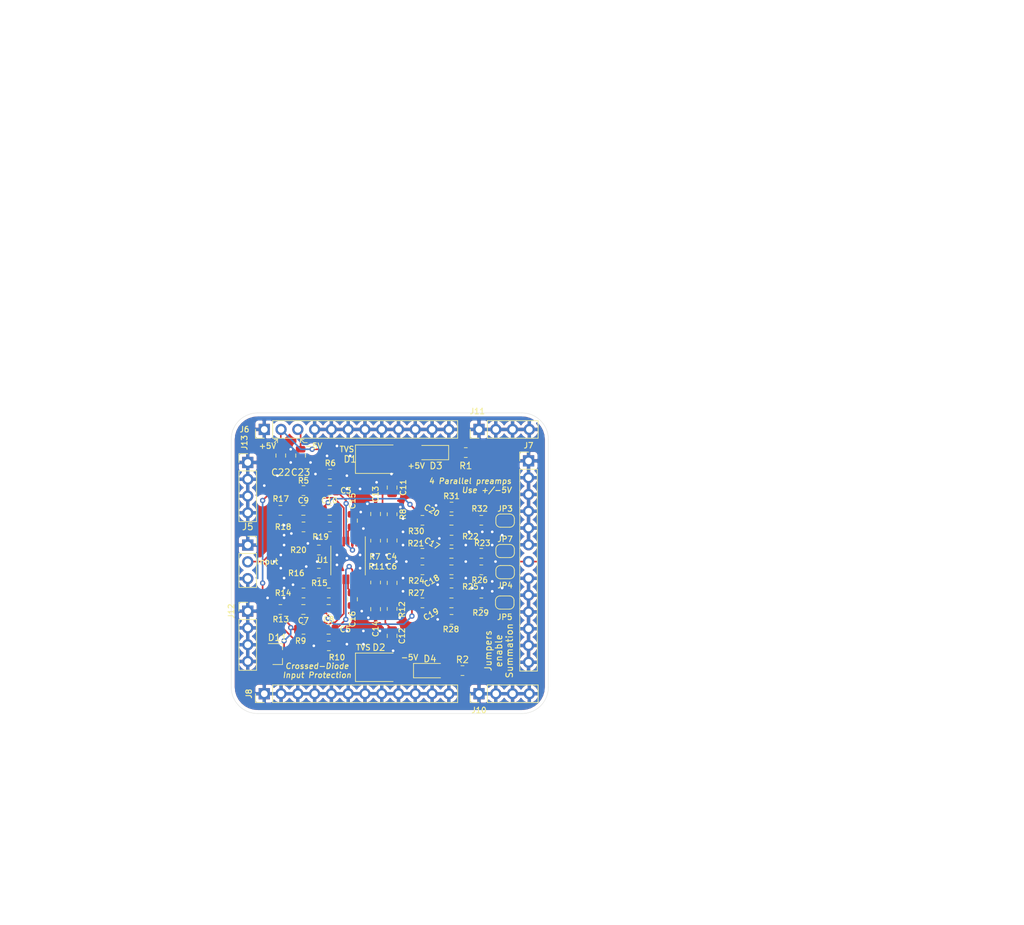
<source format=kicad_pcb>
(kicad_pcb (version 20171130) (host pcbnew "(5.1.9)-1")
  (layers (0 F.Cu signal) (31 B.Cu signal) (34 B.Paste user) (35 F.Paste user) (36 B.SilkS user) (37 F.SilkS user) (38 B.Mask user) (39 F.Mask user) (44 Edge.Cuts user))
  (net 0 "")
  (net 1 GND)
  (net 2 +5V)
  (net 3 -5V)
  (net 4 "Net-(C3-Pad2)")
  (net 5 "Net-(C3-Pad1)")
  (net 6 "Net-(C4-Pad2)")
  (net 7 "Net-(C4-Pad1)")
  (net 8 "Net-(C5-Pad2)")
  (net 9 "Net-(C5-Pad1)")
  (net 10 "Net-(C6-Pad2)")
  (net 11 "Net-(C6-Pad1)")
  (net 12 "Net-(C7-Pad2)")
  (net 13 "Net-(C7-Pad1)")
  (net 14 "Net-(C8-Pad2)")
  (net 15 "Net-(C8-Pad1)")
  (net 16 "Net-(C9-Pad2)")
  (net 17 "Net-(C9-Pad1)")
  (net 18 "Net-(C10-Pad2)")
  (net 19 "Net-(C10-Pad1)")
  (net 20 SigIn)
  (net 21 "Net-(C17-Pad2)")
  (net 22 "Net-(C17-Pad1)")
  (net 23 "Net-(C18-Pad2)")
  (net 24 "Net-(C18-Pad1)")
  (net 25 Sum)
  (net 26 "Net-(C19-Pad2)")
  (net 27 "Net-(C19-Pad1)")
  (net 28 "Net-(C20-Pad2)")
  (net 29 "Net-(C20-Pad1)")
  (net 30 "Net-(JP3-Pad1)")
  (net 31 "Net-(JP4-Pad1)")
  (net 32 "Net-(JP5-Pad1)")
  (net 33 "Net-(JP7-Pad1)")
  (net 34 "Net-(D3-Pad1)")
  (net 35 "Net-(D4-Pad2)")
  (module Resistor_SMD:R_0805_2012Metric (layer F.Cu) (at 135 111.5)
    (fp_text reference R2 (at 0 -1.65) (layer F.SilkS))
    (fp_text value 1k)
    (pad 2 smd roundrect (at 0.9125 0) (size 1.025 1.4) (layers F.Cu F.Paste F.Mask) (roundrect_rratio 0.2439014634146341) (net 1 GND))
    (pad 1 smd roundrect (at -0.9125 0) (size 1.025 1.4) (layers F.Cu F.Paste F.Mask) (roundrect_rratio 0.2439014634146341) (net 35 "Net-(D4-Pad2)"))
  )
  (module Resistor_SMD:R_0805_2012Metric (layer F.Cu) (at 135.5 78.5)
    (fp_text reference R1 (at 0 2) (layer F.SilkS))
    (fp_text value 1k)
    (pad 2 smd roundrect (at 0.9125 0) (size 1.025 1.4) (layers F.Cu F.Paste F.Mask) (roundrect_rratio 0.2439014634146341) (net 1 GND))
    (pad 1 smd roundrect (at -0.9125 0) (size 1.025 1.4) (layers F.Cu F.Paste F.Mask) (roundrect_rratio 0.2439014634146341) (net 34 "Net-(D3-Pad1)"))
  )
  (module Diode_SMD:D_1206_3216Metric_Castellated (layer F.Cu) (at 130.075 111.5)
    (fp_text reference D4 (at 0 -1.78) (layer F.SilkS))
    (fp_text value LED)
    (pad 2 smd roundrect (at 1.425 0) (size 1.6 1.65) (layers F.Cu F.Paste F.Mask) (roundrect_rratio 0.15625) (net 35 "Net-(D4-Pad2)"))
    (pad 1 smd roundrect (at -1.425 0) (size 1.6 1.65) (layers F.Cu F.Paste F.Mask) (roundrect_rratio 0.15625) (net 3 -5V))
  )
  (module Diode_SMD:D_1206_3216Metric_Castellated (layer F.Cu) (at 130.425 78.5 180)
    (fp_text reference D3 (at -0.575 -2) (layer F.SilkS))
    (fp_text value LED)
    (pad 2 smd roundrect (at 1.425 0 180) (size 1.6 1.65) (layers F.Cu F.Paste F.Mask) (roundrect_rratio 0.15625) (net 2 +5V))
    (pad 1 smd roundrect (at -1.425 0 180) (size 1.6 1.65) (layers F.Cu F.Paste F.Mask) (roundrect_rratio 0.15625) (net 34 "Net-(D3-Pad1)"))
  )
  (module Diode_SMD:D_SMB (layer F.Cu) (at 122.35 111)
    (fp_text reference D2 (at 0 -3) (layer F.SilkS))
    (fp_text value D_TVS)
    (pad 2 smd rect (at 2.15 0) (size 2.5 2.3) (layers F.Cu F.Paste F.Mask) (net 1 GND))
    (pad 1 smd rect (at -2.15 0) (size 2.5 2.3) (layers F.Cu F.Paste F.Mask) (net 3 -5V))
  )
  (module Diode_SMD:D_SMB (layer F.Cu) (at 122.35 79.5)
    (fp_text reference D1 (at -4.35 0) (layer F.SilkS))
    (fp_text value D_TVS)
    (pad 2 smd rect (at 2.15 0) (size 2.5 2.3) (layers F.Cu F.Paste F.Mask) (net 1 GND))
    (pad 1 smd rect (at -2.15 0) (size 2.5 2.3) (layers F.Cu F.Paste F.Mask) (net 2 +5V))
  )
  (module Capacitor_SMD:C_0805_2012Metric (layer F.Cu) (at 110.5 78.95 90)
    (fp_text reference C23 (at -2.55 0 180) (layer F.SilkS))
    (fp_text value 100n)
    (pad 2 smd roundrect (at 0.95 0 90) (size 1 1.45) (layers F.Cu F.Paste F.Mask) (net 3 -5V))
    (pad 1 smd roundrect (at -0.95 0 90) (size 1 1.45) (layers F.Cu F.Paste F.Mask) (net 1 GND))
  )
  (module Capacitor_SMD:C_0805_2012Metric (layer F.Cu) (at 107.5 78.95 90)
    (fp_text reference C22 (at -2.55 0 180) (layer F.SilkS))
    (fp_text value 100n)
    (pad 2 smd roundrect (at 0.95 0 90) (size 1 1.45) (layers F.Cu F.Paste F.Mask) (net 2 +5V))
    (pad 1 smd roundrect (at -0.95 0 90) (size 1 1.45) (layers F.Cu F.Paste F.Mask) (net 1 GND))
  )
  (module Connector_PinSocket_2.54mm:PinSocket_1x03_P2.54mm_Vertical (layer F.Cu) (at 102.5 92.5)
    (fp_text reference J5 (at 0 -2.77) (layer F.SilkS))
    (fp_text value Conn_01x03_Male)
    (pad 3 thru_hole oval (at 0 5.08) (size 1.7 1.7) (drill 1) (layers *.Cu *.Mask) (net 1 GND))
    (pad 2 thru_hole oval (at 0 2.54) (size 1.7 1.7) (drill 1) (layers *.Cu *.Mask) (net 20 SigIn))
    (pad 1 thru_hole rect (at 0 0) (size 1.7 1.7) (drill 1) (layers *.Cu *.Mask) (net 1 GND))
  )
  (module Package_TO_SOT_SMD:SOT-23 (layer F.Cu) (at 107 109)
    (fp_text reference D11 (at 0 -2.5) (layer F.SilkS))
    (fp_text value BAV99)
    (pad 3 smd rect (at 1 0) (size 0.9 0.8) (layers F.Cu F.Paste F.Mask) (net 20 SigIn))
    (pad 2 smd rect (at -1 0.95) (size 0.9 0.8) (layers F.Cu F.Paste F.Mask) (net 1 GND))
    (pad 1 smd rect (at -1 -0.95) (size 0.9 0.8) (layers F.Cu F.Paste F.Mask) (net 1 GND))
  )
  (module Jumper:SolderJumper-2_P1.3mm_Open_RoundedPad1.0x1.5mm (layer F.Cu) (at 141.45 93.4)
    (fp_text reference JP7 (at 0 -1.8) (layer F.SilkS) (effects (font (size 0.85 0.85))))
    (fp_text value SolderJumper_2_Open)
    (pad 2 smd custom (at 0.65 0) (size 1 0.5) (layers F.Cu F.Mask) (net 25 Sum) (options (clearance outline) (anchor rect)) (primitives (gr_circle (center 0 0.25) (end 0.5 0.25) (width 0)) (gr_circle (center 0 -0.25) (end 0.5 -0.25) (width 0)) (gr_poly (pts (xy 0 -0.75) (xy -0.5 -0.75) (xy -0.5 0.75) (xy 0 0.75)) (width 0))))
    (pad 1 smd custom (at -0.65 0) (size 1 0.5) (layers F.Cu F.Mask) (net 33 "Net-(JP7-Pad1)") (options (clearance outline) (anchor rect)) (primitives (gr_circle (center 0 0.25) (end 0.5 0.25) (width 0)) (gr_circle (center 0 -0.25) (end 0.5 -0.25) (width 0)) (gr_poly (pts (xy 0 -0.75) (xy 0.5 -0.75) (xy 0.5 0.75) (xy 0 0.75)) (width 0))))
  )
  (module Jumper:SolderJumper-2_P1.3mm_Open_RoundedPad1.0x1.5mm (layer F.Cu) (at 141.4 101.2)
    (fp_text reference JP5 (at 0 2.2) (layer F.SilkS) (effects (font (size 0.85 0.85))))
    (fp_text value SolderJumper_2_Open)
    (pad 2 smd custom (at 0.65 0) (size 1 0.5) (layers F.Cu F.Mask) (net 25 Sum) (options (clearance outline) (anchor rect)) (primitives (gr_circle (center 0 0.25) (end 0.5 0.25) (width 0)) (gr_circle (center 0 -0.25) (end 0.5 -0.25) (width 0)) (gr_poly (pts (xy 0 -0.75) (xy -0.5 -0.75) (xy -0.5 0.75) (xy 0 0.75)) (width 0))))
    (pad 1 smd custom (at -0.65 0) (size 1 0.5) (layers F.Cu F.Mask) (net 32 "Net-(JP5-Pad1)") (options (clearance outline) (anchor rect)) (primitives (gr_circle (center 0 0.25) (end 0.5 0.25) (width 0)) (gr_circle (center 0 -0.25) (end 0.5 -0.25) (width 0)) (gr_poly (pts (xy 0 -0.75) (xy 0.5 -0.75) (xy 0.5 0.75) (xy 0 0.75)) (width 0))))
  )
  (module Jumper:SolderJumper-2_P1.3mm_Open_RoundedPad1.0x1.5mm (layer F.Cu) (at 141.45 96.6)
    (fp_text reference JP4 (at 0 2) (layer F.SilkS) (effects (font (size 0.85 0.85))))
    (fp_text value SolderJumper_2_Open)
    (pad 2 smd custom (at 0.65 0) (size 1 0.5) (layers F.Cu F.Mask) (net 25 Sum) (options (clearance outline) (anchor rect)) (primitives (gr_circle (center 0 0.25) (end 0.5 0.25) (width 0)) (gr_circle (center 0 -0.25) (end 0.5 -0.25) (width 0)) (gr_poly (pts (xy 0 -0.75) (xy -0.5 -0.75) (xy -0.5 0.75) (xy 0 0.75)) (width 0))))
    (pad 1 smd custom (at -0.65 0) (size 1 0.5) (layers F.Cu F.Mask) (net 31 "Net-(JP4-Pad1)") (options (clearance outline) (anchor rect)) (primitives (gr_circle (center 0 0.25) (end 0.5 0.25) (width 0)) (gr_circle (center 0 -0.25) (end 0.5 -0.25) (width 0)) (gr_poly (pts (xy 0 -0.75) (xy 0.5 -0.75) (xy 0.5 0.75) (xy 0 0.75)) (width 0))))
  )
  (module Jumper:SolderJumper-2_P1.3mm_Open_RoundedPad1.0x1.5mm (layer F.Cu) (at 141.45 88.8)
    (fp_text reference JP3 (at 0 -1.8) (layer F.SilkS) (effects (font (size 0.85 0.85))))
    (fp_text value SolderJumper_2_Open)
    (pad 2 smd custom (at 0.65 0) (size 1 0.5) (layers F.Cu F.Mask) (net 25 Sum) (options (clearance outline) (anchor rect)) (primitives (gr_circle (center 0 0.25) (end 0.5 0.25) (width 0)) (gr_circle (center 0 -0.25) (end 0.5 -0.25) (width 0)) (gr_poly (pts (xy 0 -0.75) (xy -0.5 -0.75) (xy -0.5 0.75) (xy 0 0.75)) (width 0))))
    (pad 1 smd custom (at -0.65 0) (size 1 0.5) (layers F.Cu F.Mask) (net 30 "Net-(JP3-Pad1)") (options (clearance outline) (anchor rect)) (primitives (gr_circle (center 0 0.25) (end 0.5 0.25) (width 0)) (gr_circle (center 0 -0.25) (end 0.5 -0.25) (width 0)) (gr_poly (pts (xy 0 -0.75) (xy 0.5 -0.75) (xy 0.5 0.75) (xy 0 0.75)) (width 0))))
  )
  (module Connector_PinHeader_2.54mm:PinHeader_1x04_P2.54mm_Vertical (layer F.Cu) (at 102.5 80)
    (fp_text reference J13 (at -0.5 -3 90) (layer F.SilkS) (effects (font (size 0.85 0.85))))
    (fp_text value Conn_01x04_Male)
    (pad 4 thru_hole oval (at 0 7.62) (size 1.7 1.7) (drill 1) (layers *.Cu *.Mask) (net 1 GND))
    (pad 3 thru_hole oval (at 0 5.08) (size 1.7 1.7) (drill 1) (layers *.Cu *.Mask) (net 1 GND))
    (pad 2 thru_hole oval (at 0 2.54) (size 1.7 1.7) (drill 1) (layers *.Cu *.Mask) (net 1 GND))
    (pad 1 thru_hole rect (at 0 0) (size 1.7 1.7) (drill 1) (layers *.Cu *.Mask) (net 1 GND))
  )
  (module Connector_PinHeader_2.54mm:PinHeader_1x04_P2.54mm_Vertical (layer F.Cu) (at 102.5 102.5)
    (fp_text reference J12 (at -2.5 0 90) (layer F.SilkS) (effects (font (size 0.85 0.85))))
    (fp_text value Conn_01x04_Male)
    (pad 4 thru_hole oval (at 0 7.62) (size 1.7 1.7) (drill 1) (layers *.Cu *.Mask) (net 1 GND))
    (pad 3 thru_hole oval (at 0 5.08) (size 1.7 1.7) (drill 1) (layers *.Cu *.Mask) (net 1 GND))
    (pad 2 thru_hole oval (at 0 2.54) (size 1.7 1.7) (drill 1) (layers *.Cu *.Mask) (net 1 GND))
    (pad 1 thru_hole rect (at 0 0) (size 1.7 1.7) (drill 1) (layers *.Cu *.Mask) (net 1 GND))
  )
  (module Connector_PinHeader_2.54mm:PinHeader_1x13_P2.54mm_Vertical (layer F.Cu) (at 145 79.76)
    (fp_text reference J7 (at 0 -2.33) (layer F.SilkS) (effects (font (size 0.85 0.85))))
    (fp_text value Conn_01x13_Male)
    (pad 13 thru_hole oval (at 0 30.48) (size 1.7 1.7) (drill 1) (layers *.Cu *.Mask) (net 1 GND))
    (pad 12 thru_hole oval (at 0 27.94) (size 1.7 1.7) (drill 1) (layers *.Cu *.Mask) (net 1 GND))
    (pad 11 thru_hole oval (at 0 25.4) (size 1.7 1.7) (drill 1) (layers *.Cu *.Mask) (net 1 GND))
    (pad 10 thru_hole oval (at 0 22.86) (size 1.7 1.7) (drill 1) (layers *.Cu *.Mask) (net 1 GND))
    (pad 9 thru_hole oval (at 0 20.32) (size 1.7 1.7) (drill 1) (layers *.Cu *.Mask) (net 1 GND))
    (pad 8 thru_hole oval (at 0 17.78) (size 1.7 1.7) (drill 1) (layers *.Cu *.Mask) (net 1 GND))
    (pad 7 thru_hole oval (at 0 15.24) (size 1.7 1.7) (drill 1) (layers *.Cu *.Mask) (net 25 Sum))
    (pad 6 thru_hole oval (at 0 12.7) (size 1.7 1.7) (drill 1) (layers *.Cu *.Mask) (net 1 GND))
    (pad 5 thru_hole oval (at 0 10.16) (size 1.7 1.7) (drill 1) (layers *.Cu *.Mask) (net 1 GND))
    (pad 4 thru_hole oval (at 0 7.62) (size 1.7 1.7) (drill 1) (layers *.Cu *.Mask) (net 1 GND))
    (pad 3 thru_hole oval (at 0 5.08) (size 1.7 1.7) (drill 1) (layers *.Cu *.Mask) (net 1 GND))
    (pad 2 thru_hole oval (at 0 2.54) (size 1.7 1.7) (drill 1) (layers *.Cu *.Mask) (net 1 GND))
    (pad 1 thru_hole rect (at 0 0) (size 1.7 1.7) (drill 1) (layers *.Cu *.Mask) (net 1 GND))
  )
  (module Connector_PinHeader_2.54mm:PinHeader_1x04_P2.54mm_Vertical (layer F.Cu) (at 137.5 75 90)
    (fp_text reference J11 (at 2.75 -0.25 180) (layer F.SilkS) (effects (font (size 0.85 0.85))))
    (fp_text value Conn_01x04_Male)
    (pad 4 thru_hole oval (at 0 7.62 90) (size 1.7 1.7) (drill 1) (layers *.Cu *.Mask) (net 1 GND))
    (pad 3 thru_hole oval (at 0 5.08 90) (size 1.7 1.7) (drill 1) (layers *.Cu *.Mask) (net 1 GND))
    (pad 2 thru_hole oval (at 0 2.54 90) (size 1.7 1.7) (drill 1) (layers *.Cu *.Mask) (net 1 GND))
    (pad 1 thru_hole rect (at 0 0 90) (size 1.7 1.7) (drill 1) (layers *.Cu *.Mask) (net 1 GND))
  )
  (module Connector_PinHeader_2.54mm:PinHeader_1x04_P2.54mm_Vertical (layer F.Cu) (at 137.5 115 90)
    (fp_text reference J10 (at -2.5 0 180) (layer F.SilkS) (effects (font (size 0.85 0.85))))
    (fp_text value Conn_01x04_Male)
    (pad 4 thru_hole oval (at 0 7.62 90) (size 1.7 1.7) (drill 1) (layers *.Cu *.Mask) (net 1 GND))
    (pad 3 thru_hole oval (at 0 5.08 90) (size 1.7 1.7) (drill 1) (layers *.Cu *.Mask) (net 1 GND))
    (pad 2 thru_hole oval (at 0 2.54 90) (size 1.7 1.7) (drill 1) (layers *.Cu *.Mask) (net 1 GND))
    (pad 1 thru_hole rect (at 0 0 90) (size 1.7 1.7) (drill 1) (layers *.Cu *.Mask) (net 1 GND))
  )
  (module Connector_PinHeader_2.54mm:PinHeader_1x12_P2.54mm_Vertical (layer F.Cu) (at 105 115 90)
    (fp_text reference J8 (at 0 -2.33 90) (layer F.SilkS) (effects (font (size 0.85 0.85))))
    (fp_text value Conn_01x12_Male)
    (pad 12 thru_hole oval (at 0 27.94 90) (size 1.7 1.7) (drill 1) (layers *.Cu *.Mask) (net 1 GND))
    (pad 11 thru_hole oval (at 0 25.4 90) (size 1.7 1.7) (drill 1) (layers *.Cu *.Mask) (net 1 GND))
    (pad 10 thru_hole oval (at 0 22.86 90) (size 1.7 1.7) (drill 1) (layers *.Cu *.Mask) (net 1 GND))
    (pad 9 thru_hole oval (at 0 20.32 90) (size 1.7 1.7) (drill 1) (layers *.Cu *.Mask) (net 1 GND))
    (pad 8 thru_hole oval (at 0 17.78 90) (size 1.7 1.7) (drill 1) (layers *.Cu *.Mask) (net 1 GND))
    (pad 7 thru_hole oval (at 0 15.24 90) (size 1.7 1.7) (drill 1) (layers *.Cu *.Mask) (net 1 GND))
    (pad 6 thru_hole oval (at 0 12.7 90) (size 1.7 1.7) (drill 1) (layers *.Cu *.Mask) (net 1 GND))
    (pad 5 thru_hole oval (at 0 10.16 90) (size 1.7 1.7) (drill 1) (layers *.Cu *.Mask) (net 1 GND))
    (pad 4 thru_hole oval (at 0 7.62 90) (size 1.7 1.7) (drill 1) (layers *.Cu *.Mask) (net 1 GND))
    (pad 3 thru_hole oval (at 0 5.08 90) (size 1.7 1.7) (drill 1) (layers *.Cu *.Mask) (net 1 GND))
    (pad 2 thru_hole oval (at 0 2.54 90) (size 1.7 1.7) (drill 1) (layers *.Cu *.Mask) (net 1 GND))
    (pad 1 thru_hole rect (at 0 0 90) (size 1.7 1.7) (drill 1) (layers *.Cu *.Mask) (net 1 GND))
  )
  (module Connector_PinHeader_2.54mm:PinHeader_1x12_P2.54mm_Vertical (layer F.Cu) (at 105 75 90)
    (fp_text reference J6 (at 0 -3 180) (layer F.SilkS) (effects (font (size 0.85 0.85))))
    (fp_text value Conn_01x12_Male)
    (pad 12 thru_hole oval (at 0 27.94 90) (size 1.7 1.7) (drill 1) (layers *.Cu *.Mask) (net 1 GND))
    (pad 11 thru_hole oval (at 0 25.4 90) (size 1.7 1.7) (drill 1) (layers *.Cu *.Mask) (net 1 GND))
    (pad 10 thru_hole oval (at 0 22.86 90) (size 1.7 1.7) (drill 1) (layers *.Cu *.Mask) (net 1 GND))
    (pad 9 thru_hole oval (at 0 20.32 90) (size 1.7 1.7) (drill 1) (layers *.Cu *.Mask) (net 1 GND))
    (pad 8 thru_hole oval (at 0 17.78 90) (size 1.7 1.7) (drill 1) (layers *.Cu *.Mask) (net 1 GND))
    (pad 7 thru_hole oval (at 0 15.24 90) (size 1.7 1.7) (drill 1) (layers *.Cu *.Mask) (net 1 GND))
    (pad 6 thru_hole oval (at 0 12.7 90) (size 1.7 1.7) (drill 1) (layers *.Cu *.Mask) (net 1 GND))
    (pad 5 thru_hole oval (at 0 10.16 90) (size 1.7 1.7) (drill 1) (layers *.Cu *.Mask) (net 1 GND))
    (pad 4 thru_hole oval (at 0 7.62 90) (size 1.7 1.7) (drill 1) (layers *.Cu *.Mask) (net 1 GND))
    (pad 3 thru_hole oval (at 0 5.08 90) (size 1.7 1.7) (drill 1) (layers *.Cu *.Mask) (net 3 -5V))
    (pad 2 thru_hole oval (at 0 2.54 90) (size 1.7 1.7) (drill 1) (layers *.Cu *.Mask) (net 2 +5V))
    (pad 1 thru_hole rect (at 0 0 90) (size 1.7 1.7) (drill 1) (layers *.Cu *.Mask) (net 1 GND))
  )
  (module Capacitor_SMD:C_0805_2012Metric (layer F.Cu) (at 114.7425 102.25 180)
    (fp_text reference C8 (at 0 -1.5) (layer F.SilkS) (effects (font (size 0.85 0.85))))
    (fp_text value 220p)
    (pad 2 smd roundrect (at 0.95 0 180) (size 1 1.45) (layers F.Cu F.Paste F.Mask) (net 14 "Net-(C8-Pad2)"))
    (pad 1 smd roundrect (at -0.95 0 180) (size 1 1.45) (layers F.Cu F.Paste F.Mask) (net 15 "Net-(C8-Pad1)"))
  )
  (module Capacitor_SMD:C_0805_2012Metric (layer F.Cu) (at 124.35 91.8 270)
    (fp_text reference C4 (at 2.45 0.1 180) (layer F.SilkS) (effects (font (size 0.85 0.85))))
    (fp_text value 220p)
    (pad 2 smd roundrect (at 0.95 0 270) (size 1 1.45) (layers F.Cu F.Paste F.Mask) (net 6 "Net-(C4-Pad2)"))
    (pad 1 smd roundrect (at -0.95 0 270) (size 1 1.45) (layers F.Cu F.Paste F.Mask) (net 7 "Net-(C4-Pad1)"))
  )
  (module Capacitor_SMD:C_0805_2012Metric (layer F.Cu) (at 133.325 88.75 180)
    (fp_text reference C20 (at 2.975 1.5 330) (layer F.SilkS) (effects (font (size 0.85 0.85))))
    (fp_text value 1n)
    (pad 2 smd roundrect (at 0.95 0 180) (size 1 1.45) (layers F.Cu F.Paste F.Mask) (net 28 "Net-(C20-Pad2)"))
    (pad 1 smd roundrect (at -0.95 0 180) (size 1 1.45) (layers F.Cu F.Paste F.Mask) (net 29 "Net-(C20-Pad1)"))
  )
  (module Capacitor_SMD:C_0805_2012Metric (layer F.Cu) (at 133.325 101.25 180)
    (fp_text reference C19 (at 3.075 -1.75 210) (layer F.SilkS) (effects (font (size 0.85 0.85))))
    (fp_text value 1n)
    (pad 2 smd roundrect (at 0.95 0 180) (size 1 1.45) (layers F.Cu F.Paste F.Mask) (net 26 "Net-(C19-Pad2)"))
    (pad 1 smd roundrect (at -0.95 0 180) (size 1 1.45) (layers F.Cu F.Paste F.Mask) (net 27 "Net-(C19-Pad1)"))
  )
  (module Capacitor_SMD:C_0805_2012Metric (layer F.Cu) (at 133.325 96.25 180)
    (fp_text reference C18 (at 2.975 -1.68 210) (layer F.SilkS) (effects (font (size 0.85 0.85))))
    (fp_text value 1n)
    (pad 2 smd roundrect (at 0.95 0 180) (size 1 1.45) (layers F.Cu F.Paste F.Mask) (net 23 "Net-(C18-Pad2)"))
    (pad 1 smd roundrect (at -0.95 0 180) (size 1 1.45) (layers F.Cu F.Paste F.Mask) (net 24 "Net-(C18-Pad1)"))
  )
  (module Capacitor_SMD:C_0805_2012Metric (layer F.Cu) (at 133.325 93.75 180)
    (fp_text reference C17 (at 2.95 1.5 330) (layer F.SilkS) (effects (font (size 0.85 0.85))))
    (fp_text value 1n)
    (pad 2 smd roundrect (at 0.95 0 180) (size 1 1.45) (layers F.Cu F.Paste F.Mask) (net 21 "Net-(C17-Pad2)"))
    (pad 1 smd roundrect (at -0.95 0 180) (size 1 1.45) (layers F.Cu F.Paste F.Mask) (net 22 "Net-(C17-Pad1)"))
  )
  (module Capacitor_SMD:C_0805_2012Metric (layer F.Cu) (at 118.35 100.7 90)
    (fp_text reference C16 (at -3 0 90) (layer F.SilkS) (effects (font (size 0.85 0.85))))
    (fp_text value 1n)
    (pad 2 smd roundrect (at 0.95 0 90) (size 1 1.45) (layers F.Cu F.Paste F.Mask) (net 3 -5V))
    (pad 1 smd roundrect (at -0.95 0 90) (size 1 1.45) (layers F.Cu F.Paste F.Mask) (net 1 GND))
  )
  (module Capacitor_SMD:C_0805_2012Metric (layer F.Cu) (at 118.35 88.8 270)
    (fp_text reference C15 (at -2.975 0 90) (layer F.SilkS) (effects (font (size 0.85 0.85))))
    (fp_text value 1n)
    (pad 2 smd roundrect (at 0.95 0 270) (size 1 1.45) (layers F.Cu F.Paste F.Mask) (net 2 +5V))
    (pad 1 smd roundrect (at -0.95 0 270) (size 1 1.45) (layers F.Cu F.Paste F.Mask) (net 1 GND))
  )
  (module Capacitor_SMD:C_0805_2012Metric (layer F.Cu) (at 121.85 102.2 90)
    (fp_text reference C14 (at -2.975 0 90) (layer F.SilkS) (effects (font (size 0.85 0.85))))
    (fp_text value 100n)
    (pad 2 smd roundrect (at 0.95 0 90) (size 1 1.45) (layers F.Cu F.Paste F.Mask) (net 3 -5V))
    (pad 1 smd roundrect (at -0.95 0 90) (size 1 1.45) (layers F.Cu F.Paste F.Mask) (net 1 GND))
  )
  (module Capacitor_SMD:C_0805_2012Metric (layer F.Cu) (at 121.85 87.8 270)
    (fp_text reference C13 (at -3 0 90) (layer F.SilkS) (effects (font (size 0.85 0.85))))
    (fp_text value 100n)
    (pad 2 smd roundrect (at 0.95 0 270) (size 1 1.45) (layers F.Cu F.Paste F.Mask) (net 2 +5V))
    (pad 1 smd roundrect (at -0.95 0 270) (size 1 1.45) (layers F.Cu F.Paste F.Mask) (net 1 GND))
  )
  (module Capacitor_SMD:C_0805_2012Metric (layer F.Cu) (at 124.35 106.25 90)
    (fp_text reference C12 (at 0 1.5 90) (layer F.SilkS) (effects (font (size 0.85 0.85))))
    (fp_text value 1u)
    (pad 2 smd roundrect (at 0.95 0 90) (size 1 1.45) (layers F.Cu F.Paste F.Mask) (net 3 -5V))
    (pad 1 smd roundrect (at -0.95 0 90) (size 1 1.45) (layers F.Cu F.Paste F.Mask) (net 1 GND))
  )
  (module Capacitor_SMD:C_0805_2012Metric (layer F.Cu) (at 124.35 83.8 270)
    (fp_text reference C11 (at 0 -1.68 90) (layer F.SilkS) (effects (font (size 0.85 0.85))))
    (fp_text value 1u)
    (pad 2 smd roundrect (at 0.95 0 270) (size 1 1.45) (layers F.Cu F.Paste F.Mask) (net 2 +5V))
    (pad 1 smd roundrect (at -0.95 0 270) (size 1 1.45) (layers F.Cu F.Paste F.Mask) (net 1 GND))
  )
  (module Capacitor_SMD:C_0805_2012Metric (layer F.Cu) (at 114.9175 87.25 180)
    (fp_text reference C10 (at 0.0675 1.5) (layer F.SilkS) (effects (font (size 0.85 0.85))))
    (fp_text value 220p)
    (pad 2 smd roundrect (at 0.95 0 180) (size 1 1.45) (layers F.Cu F.Paste F.Mask) (net 18 "Net-(C10-Pad2)"))
    (pad 1 smd roundrect (at -0.95 0 180) (size 1 1.45) (layers F.Cu F.Paste F.Mask) (net 19 "Net-(C10-Pad1)"))
  )
  (module Capacitor_SMD:C_0805_2012Metric (layer F.Cu) (at 110.9175 87.25 180)
    (fp_text reference C9 (at 0 1.5) (layer F.SilkS) (effects (font (size 0.85 0.85))))
    (fp_text value 1n)
    (pad 2 smd roundrect (at 0.95 0 180) (size 1 1.45) (layers F.Cu F.Paste F.Mask) (net 16 "Net-(C9-Pad2)"))
    (pad 1 smd roundrect (at -0.95 0 180) (size 1 1.45) (layers F.Cu F.Paste F.Mask) (net 17 "Net-(C9-Pad1)"))
  )
  (module Capacitor_SMD:C_0805_2012Metric (layer F.Cu) (at 110.9175 102.25 180)
    (fp_text reference C7 (at 0 -1.68) (layer F.SilkS) (effects (font (size 0.85 0.85))))
    (fp_text value 1n)
    (pad 2 smd roundrect (at 0.95 0 180) (size 1 1.45) (layers F.Cu F.Paste F.Mask) (net 12 "Net-(C7-Pad2)"))
    (pad 1 smd roundrect (at -0.95 0 180) (size 1 1.45) (layers F.Cu F.Paste F.Mask) (net 13 "Net-(C7-Pad1)"))
  )
  (module Capacitor_SMD:C_0805_2012Metric (layer F.Cu) (at 124.35 98.225 90)
    (fp_text reference C6 (at 2.475 -0.1 180) (layer F.SilkS) (effects (font (size 0.85 0.85))))
    (fp_text value 220p)
    (pad 2 smd roundrect (at 0.95 0 90) (size 1 1.45) (layers F.Cu F.Paste F.Mask) (net 10 "Net-(C6-Pad2)"))
    (pad 1 smd roundrect (at -0.95 0 90) (size 1 1.45) (layers F.Cu F.Paste F.Mask) (net 11 "Net-(C6-Pad1)"))
  )
  (module Capacitor_SMD:C_0805_2012Metric (layer F.Cu) (at 114.7425 105.25 180)
    (fp_text reference C5 (at -2.525 0) (layer F.SilkS) (effects (font (size 0.85 0.85))))
    (fp_text value 1n)
    (pad 2 smd roundrect (at 0.95 0 180) (size 1 1.45) (layers F.Cu F.Paste F.Mask) (net 8 "Net-(C5-Pad2)"))
    (pad 1 smd roundrect (at -0.95 0 180) (size 1 1.45) (layers F.Cu F.Paste F.Mask) (net 9 "Net-(C5-Pad1)"))
  )
  (module Capacitor_SMD:C_0805_2012Metric (layer F.Cu) (at 114.9175 84.25 180)
    (fp_text reference C3 (at -2.4325 0) (layer F.SilkS) (effects (font (size 0.85 0.85))))
    (fp_text value 1n)
    (pad 2 smd roundrect (at 0.95 0 180) (size 1 1.45) (layers F.Cu F.Paste F.Mask) (net 4 "Net-(C3-Pad2)"))
    (pad 1 smd roundrect (at -0.95 0 180) (size 1 1.45) (layers F.Cu F.Paste F.Mask) (net 5 "Net-(C3-Pad1)"))
  )
  (module Resistor_SMD:R_0805_2012Metric (layer F.Cu) (at 137.85 88.75 180)
    (fp_text reference R32 (at 0.25 1.75) (layer F.SilkS) (effects (font (size 0.85 0.85))))
    (fp_text value 47)
    (pad 2 smd roundrect (at 0.9125 0 180) (size 1.025 1.4) (layers F.Cu F.Paste F.Mask) (roundrect_rratio 0.2439004878048781) (net 29 "Net-(C20-Pad1)"))
    (pad 1 smd roundrect (at -0.9125 0 180) (size 1.025 1.4) (layers F.Cu F.Paste F.Mask) (roundrect_rratio 0.2439004878048781) (net 30 "Net-(JP3-Pad1)"))
  )
  (module Resistor_SMD:R_0805_2012Metric (layer F.Cu) (at 133.345 86.75)
    (fp_text reference R31 (at 0 -1.65) (layer F.SilkS) (effects (font (size 0.85 0.85))))
    (fp_text value 10k)
    (pad 2 smd roundrect (at 0.9125 0) (size 1.025 1.4) (layers F.Cu F.Paste F.Mask) (roundrect_rratio 0.2439004878048781) (net 29 "Net-(C20-Pad1)"))
    (pad 1 smd roundrect (at -0.9125 0) (size 1.025 1.4) (layers F.Cu F.Paste F.Mask) (roundrect_rratio 0.2439004878048781) (net 1 GND))
  )
  (module Resistor_SMD:R_0805_2012Metric (layer F.Cu) (at 128.9375 88.75 180)
    (fp_text reference R30 (at 0.9375 -1.65) (layer F.SilkS) (effects (font (size 0.85 0.85))))
    (fp_text value 0)
    (pad 2 smd roundrect (at 0.9125 0 180) (size 1.025 1.4) (layers F.Cu F.Paste F.Mask) (roundrect_rratio 0.2439004878048781) (net 18 "Net-(C10-Pad2)"))
    (pad 1 smd roundrect (at -0.9125 0 180) (size 1.025 1.4) (layers F.Cu F.Paste F.Mask) (roundrect_rratio 0.2439004878048781) (net 28 "Net-(C20-Pad2)"))
  )
  (module Resistor_SMD:R_0805_2012Metric (layer F.Cu) (at 137.85 101.25 180)
    (fp_text reference R29 (at 0.1 -1.5) (layer F.SilkS) (effects (font (size 0.85 0.85))))
    (fp_text value 47)
    (pad 2 smd roundrect (at 0.9125 0 180) (size 1.025 1.4) (layers F.Cu F.Paste F.Mask) (roundrect_rratio 0.2439004878048781) (net 27 "Net-(C19-Pad1)"))
    (pad 1 smd roundrect (at -0.9125 0 180) (size 1.025 1.4) (layers F.Cu F.Paste F.Mask) (roundrect_rratio 0.2439004878048781) (net 32 "Net-(JP5-Pad1)"))
  )
  (module Resistor_SMD:R_0805_2012Metric (layer F.Cu) (at 133.345 103.75)
    (fp_text reference R28 (at -0.0875 1.5) (layer F.SilkS) (effects (font (size 0.85 0.85))))
    (fp_text value 10k)
    (pad 2 smd roundrect (at 0.9125 0) (size 1.025 1.4) (layers F.Cu F.Paste F.Mask) (roundrect_rratio 0.2439004878048781) (net 27 "Net-(C19-Pad1)"))
    (pad 1 smd roundrect (at -0.9125 0) (size 1.025 1.4) (layers F.Cu F.Paste F.Mask) (roundrect_rratio 0.2439004878048781) (net 1 GND))
  )
  (module Resistor_SMD:R_0805_2012Metric (layer F.Cu) (at 128.9375 101.25 180)
    (fp_text reference R27 (at 0.9375 1.5) (layer F.SilkS) (effects (font (size 0.85 0.85))))
    (fp_text value 0)
    (pad 2 smd roundrect (at 0.9125 0 180) (size 1.025 1.4) (layers F.Cu F.Paste F.Mask) (roundrect_rratio 0.2439004878048781) (net 14 "Net-(C8-Pad2)"))
    (pad 1 smd roundrect (at -0.9125 0 180) (size 1.025 1.4) (layers F.Cu F.Paste F.Mask) (roundrect_rratio 0.2439004878048781) (net 26 "Net-(C19-Pad2)"))
  )
  (module Resistor_SMD:R_0805_2012Metric (layer F.Cu) (at 137.85 96.25 180)
    (fp_text reference R26 (at 0.25 -1.55) (layer F.SilkS) (effects (font (size 0.85 0.85))))
    (fp_text value 47)
    (pad 2 smd roundrect (at 0.9125 0 180) (size 1.025 1.4) (layers F.Cu F.Paste F.Mask) (roundrect_rratio 0.2439004878048781) (net 24 "Net-(C18-Pad1)"))
    (pad 1 smd roundrect (at -0.9125 0 180) (size 1.025 1.4) (layers F.Cu F.Paste F.Mask) (roundrect_rratio 0.2439004878048781) (net 31 "Net-(JP4-Pad1)"))
  )
  (module Resistor_SMD:R_0805_2012Metric (layer F.Cu) (at 133.345 98.25)
    (fp_text reference R25 (at 2.855 0.55) (layer F.SilkS) (effects (font (size 0.85 0.85))))
    (fp_text value 10k)
    (pad 2 smd roundrect (at 0.9125 0) (size 1.025 1.4) (layers F.Cu F.Paste F.Mask) (roundrect_rratio 0.2439004878048781) (net 24 "Net-(C18-Pad1)"))
    (pad 1 smd roundrect (at -0.9125 0) (size 1.025 1.4) (layers F.Cu F.Paste F.Mask) (roundrect_rratio 0.2439004878048781) (net 1 GND))
  )
  (module Resistor_SMD:R_0805_2012Metric (layer F.Cu) (at 128.9375 96.25 180)
    (fp_text reference R24 (at 0.9125 -1.65) (layer F.SilkS) (effects (font (size 0.85 0.85))))
    (fp_text value 0)
    (pad 2 smd roundrect (at 0.9125 0 180) (size 1.025 1.4) (layers F.Cu F.Paste F.Mask) (roundrect_rratio 0.2439004878048781) (net 10 "Net-(C6-Pad2)"))
    (pad 1 smd roundrect (at -0.9125 0 180) (size 1.025 1.4) (layers F.Cu F.Paste F.Mask) (roundrect_rratio 0.2439004878048781) (net 23 "Net-(C18-Pad2)"))
  )
  (module Resistor_SMD:R_0805_2012Metric (layer F.Cu) (at 137.85 93.75 180)
    (fp_text reference R23 (at -0.15 1.55) (layer F.SilkS) (effects (font (size 0.85 0.85))))
    (fp_text value 47)
    (pad 2 smd roundrect (at 0.9125 0 180) (size 1.025 1.4) (layers F.Cu F.Paste F.Mask) (roundrect_rratio 0.2439004878048781) (net 22 "Net-(C17-Pad1)"))
    (pad 1 smd roundrect (at -0.9125 0 180) (size 1.025 1.4) (layers F.Cu F.Paste F.Mask) (roundrect_rratio 0.2439004878048781) (net 33 "Net-(JP7-Pad1)"))
  )
  (module Resistor_SMD:R_0805_2012Metric (layer F.Cu) (at 133.345 91.75)
    (fp_text reference R22 (at 2.855 -0.55) (layer F.SilkS) (effects (font (size 0.85 0.85))))
    (fp_text value 10k)
    (pad 2 smd roundrect (at 0.9125 0) (size 1.025 1.4) (layers F.Cu F.Paste F.Mask) (roundrect_rratio 0.2439004878048781) (net 22 "Net-(C17-Pad1)"))
    (pad 1 smd roundrect (at -0.9125 0) (size 1.025 1.4) (layers F.Cu F.Paste F.Mask) (roundrect_rratio 0.2439004878048781) (net 1 GND))
  )
  (module Resistor_SMD:R_0805_2012Metric (layer F.Cu) (at 128.9375 93.75 180)
    (fp_text reference R21 (at 1 1.5) (layer F.SilkS) (effects (font (size 0.85 0.85))))
    (fp_text value 0)
    (pad 2 smd roundrect (at 0.9125 0 180) (size 1.025 1.4) (layers F.Cu F.Paste F.Mask) (roundrect_rratio 0.2439004878048781) (net 6 "Net-(C4-Pad2)"))
    (pad 1 smd roundrect (at -0.9125 0 180) (size 1.025 1.4) (layers F.Cu F.Paste F.Mask) (roundrect_rratio 0.2439004878048781) (net 21 "Net-(C17-Pad2)"))
  )
  (module Resistor_SMD:R_0805_2012Metric (layer F.Cu) (at 114.9375 89.75 180)
    (fp_text reference R19 (at 1.4125 -1.5) (layer F.SilkS) (effects (font (size 0.85 0.85))))
    (fp_text value 1k)
    (pad 2 smd roundrect (at 0.9125 0 180) (size 1.025 1.4) (layers F.Cu F.Paste F.Mask) (roundrect_rratio 0.2439004878048781) (net 18 "Net-(C10-Pad2)"))
    (pad 1 smd roundrect (at -0.9125 0 180) (size 1.025 1.4) (layers F.Cu F.Paste F.Mask) (roundrect_rratio 0.2439004878048781) (net 19 "Net-(C10-Pad1)"))
  )
  (module Resistor_SMD:R_0805_2012Metric (layer F.Cu) (at 113.2625 93.25)
    (fp_text reference R20 (at -3.0875 0) (layer F.SilkS) (effects (font (size 0.85 0.85))))
    (fp_text value 47)
    (pad 2 smd roundrect (at 0.9125 0) (size 1.025 1.4) (layers F.Cu F.Paste F.Mask) (roundrect_rratio 0.2439004878048781) (net 19 "Net-(C10-Pad1)"))
    (pad 1 smd roundrect (at -0.9125 0) (size 1.025 1.4) (layers F.Cu F.Paste F.Mask) (roundrect_rratio 0.2439004878048781) (net 1 GND))
  )
  (module Resistor_SMD:R_0805_2012Metric (layer F.Cu) (at 110.9375 89.75)
    (fp_text reference R18 (at -3.0875 0) (layer F.SilkS) (effects (font (size 0.85 0.85))))
    (fp_text value 10k)
    (pad 2 smd roundrect (at 0.9125 0) (size 1.025 1.4) (layers F.Cu F.Paste F.Mask) (roundrect_rratio 0.2439004878048781) (net 17 "Net-(C9-Pad1)"))
    (pad 1 smd roundrect (at -0.9125 0) (size 1.025 1.4) (layers F.Cu F.Paste F.Mask) (roundrect_rratio 0.2439004878048781) (net 1 GND))
  )
  (module Resistor_SMD:R_0805_2012Metric (layer F.Cu) (at 107.4375 87.25 180)
    (fp_text reference R17 (at -0.0625 1.75) (layer F.SilkS) (effects (font (size 0.85 0.85))))
    (fp_text value 0)
    (pad 2 smd roundrect (at 0.9125 0 180) (size 1.025 1.4) (layers F.Cu F.Paste F.Mask) (roundrect_rratio 0.2439004878048781) (net 20 SigIn))
    (pad 1 smd roundrect (at -0.9125 0 180) (size 1.025 1.4) (layers F.Cu F.Paste F.Mask) (roundrect_rratio 0.2439004878048781) (net 16 "Net-(C9-Pad2)"))
  )
  (module Resistor_SMD:R_0805_2012Metric (layer F.Cu) (at 113.2625 96.75)
    (fp_text reference R16 (at -3.4125 0) (layer F.SilkS) (effects (font (size 0.85 0.85))))
    (fp_text value 47)
    (pad 2 smd roundrect (at 0.9125 0) (size 1.025 1.4) (layers F.Cu F.Paste F.Mask) (roundrect_rratio 0.2439004878048781) (net 15 "Net-(C8-Pad1)"))
    (pad 1 smd roundrect (at -0.9125 0) (size 1.025 1.4) (layers F.Cu F.Paste F.Mask) (roundrect_rratio 0.2439004878048781) (net 1 GND))
  )
  (module Resistor_SMD:R_0805_2012Metric (layer F.Cu) (at 114.7625 99.75 180)
    (fp_text reference R15 (at 1.4125 1.5) (layer F.SilkS) (effects (font (size 0.85 0.85))))
    (fp_text value 1k)
    (pad 2 smd roundrect (at 0.9125 0 180) (size 1.025 1.4) (layers F.Cu F.Paste F.Mask) (roundrect_rratio 0.2439004878048781) (net 14 "Net-(C8-Pad2)"))
    (pad 1 smd roundrect (at -0.9125 0 180) (size 1.025 1.4) (layers F.Cu F.Paste F.Mask) (roundrect_rratio 0.2439004878048781) (net 15 "Net-(C8-Pad1)"))
  )
  (module Resistor_SMD:R_0805_2012Metric (layer F.Cu) (at 110.9375 99.75)
    (fp_text reference R14 (at -3.0875 0) (layer F.SilkS) (effects (font (size 0.85 0.85))))
    (fp_text value 10k)
    (pad 2 smd roundrect (at 0.9125 0) (size 1.025 1.4) (layers F.Cu F.Paste F.Mask) (roundrect_rratio 0.2439004878048781) (net 13 "Net-(C7-Pad1)"))
    (pad 1 smd roundrect (at -0.9125 0) (size 1.025 1.4) (layers F.Cu F.Paste F.Mask) (roundrect_rratio 0.2439004878048781) (net 1 GND))
  )
  (module Resistor_SMD:R_0805_2012Metric (layer F.Cu) (at 107.4375 102.25 180)
    (fp_text reference R13 (at -0.0625 -1.5) (layer F.SilkS) (effects (font (size 0.85 0.85))))
    (fp_text value 0)
    (pad 2 smd roundrect (at 0.9125 0 180) (size 1.025 1.4) (layers F.Cu F.Paste F.Mask) (roundrect_rratio 0.2439004878048781) (net 20 SigIn))
    (pad 1 smd roundrect (at -0.9125 0 180) (size 1.025 1.4) (layers F.Cu F.Paste F.Mask) (roundrect_rratio 0.2439004878048781) (net 12 "Net-(C7-Pad2)"))
  )
  (module Resistor_SMD:R_0805_2012Metric (layer F.Cu) (at 124.35 102.1625 90)
    (fp_text reference R12 (at -0.0875 1.5 90) (layer F.SilkS) (effects (font (size 0.85 0.85))))
    (fp_text value 47)
    (pad 2 smd roundrect (at 0.9125 0 90) (size 1.025 1.4) (layers F.Cu F.Paste F.Mask) (roundrect_rratio 0.2439004878048781) (net 11 "Net-(C6-Pad1)"))
    (pad 1 smd roundrect (at -0.9125 0 90) (size 1.025 1.4) (layers F.Cu F.Paste F.Mask) (roundrect_rratio 0.2439004878048781) (net 1 GND))
  )
  (module Resistor_SMD:R_0805_2012Metric (layer F.Cu) (at 121.85 98.1625 90)
    (fp_text reference R11 (at 2.4125 0.15 180) (layer F.SilkS) (effects (font (size 0.85 0.85))))
    (fp_text value 1k)
    (pad 2 smd roundrect (at 0.9125 0 90) (size 1.025 1.4) (layers F.Cu F.Paste F.Mask) (roundrect_rratio 0.2439004878048781) (net 10 "Net-(C6-Pad2)"))
    (pad 1 smd roundrect (at -0.9125 0 90) (size 1.025 1.4) (layers F.Cu F.Paste F.Mask) (roundrect_rratio 0.2439004878048781) (net 11 "Net-(C6-Pad1)"))
  )
  (module Resistor_SMD:R_0805_2012Metric (layer F.Cu) (at 114.7625 107.75)
    (fp_text reference R10 (at 1.2375 1.75) (layer F.SilkS) (effects (font (size 0.85 0.85))))
    (fp_text value 10k)
    (pad 2 smd roundrect (at 0.9125 0) (size 1.025 1.4) (layers F.Cu F.Paste F.Mask) (roundrect_rratio 0.2439004878048781) (net 9 "Net-(C5-Pad1)"))
    (pad 1 smd roundrect (at -0.9125 0) (size 1.025 1.4) (layers F.Cu F.Paste F.Mask) (roundrect_rratio 0.2439004878048781) (net 1 GND))
  )
  (module Resistor_SMD:R_0805_2012Metric (layer F.Cu) (at 110.9375 105.25 180)
    (fp_text reference R9 (at 0.4375 -1.75) (layer F.SilkS) (effects (font (size 0.85 0.85))))
    (fp_text value 0)
    (pad 2 smd roundrect (at 0.9125 0 180) (size 1.025 1.4) (layers F.Cu F.Paste F.Mask) (roundrect_rratio 0.2439004878048781) (net 20 SigIn))
    (pad 1 smd roundrect (at -0.9125 0 180) (size 1.025 1.4) (layers F.Cu F.Paste F.Mask) (roundrect_rratio 0.2439004878048781) (net 8 "Net-(C5-Pad2)"))
  )
  (module Resistor_SMD:R_0805_2012Metric (layer F.Cu) (at 124.35 87.8375 270)
    (fp_text reference R8 (at 0 -1.65 90) (layer F.SilkS) (effects (font (size 0.85 0.85))))
    (fp_text value 47)
    (pad 2 smd roundrect (at 0.9125 0 270) (size 1.025 1.4) (layers F.Cu F.Paste F.Mask) (roundrect_rratio 0.2439004878048781) (net 7 "Net-(C4-Pad1)"))
    (pad 1 smd roundrect (at -0.9125 0 270) (size 1.025 1.4) (layers F.Cu F.Paste F.Mask) (roundrect_rratio 0.2439004878048781) (net 1 GND))
  )
  (module Resistor_SMD:R_0805_2012Metric (layer F.Cu) (at 121.85 91.8375 270)
    (fp_text reference R7 (at 2.4125 0.1 180) (layer F.SilkS) (effects (font (size 0.85 0.85))))
    (fp_text value 1k)
    (pad 2 smd roundrect (at 0.9125 0 270) (size 1.025 1.4) (layers F.Cu F.Paste F.Mask) (roundrect_rratio 0.2439004878048781) (net 6 "Net-(C4-Pad2)"))
    (pad 1 smd roundrect (at -0.9125 0 270) (size 1.025 1.4) (layers F.Cu F.Paste F.Mask) (roundrect_rratio 0.2439004878048781) (net 7 "Net-(C4-Pad1)"))
  )
  (module Resistor_SMD:R_0805_2012Metric (layer F.Cu) (at 114.9375 81.75)
    (fp_text reference R6 (at 0.0625 -1.65) (layer F.SilkS) (effects (font (size 0.85 0.85))))
    (fp_text value 10k)
    (pad 2 smd roundrect (at 0.9125 0) (size 1.025 1.4) (layers F.Cu F.Paste F.Mask) (roundrect_rratio 0.2439004878048781) (net 5 "Net-(C3-Pad1)"))
    (pad 1 smd roundrect (at -0.9125 0) (size 1.025 1.4) (layers F.Cu F.Paste F.Mask) (roundrect_rratio 0.2439004878048781) (net 1 GND))
  )
  (module Resistor_SMD:R_0805_2012Metric (layer F.Cu) (at 110.9375 84.25 180)
    (fp_text reference R5 (at 0 1.5) (layer F.SilkS) (effects (font (size 0.85 0.85))))
    (fp_text value 0)
    (pad 2 smd roundrect (at 0.9125 0 180) (size 1.025 1.4) (layers F.Cu F.Paste F.Mask) (roundrect_rratio 0.2439004878048781) (net 20 SigIn))
    (pad 1 smd roundrect (at -0.9125 0 180) (size 1.025 1.4) (layers F.Cu F.Paste F.Mask) (roundrect_rratio 0.2439004878048781) (net 4 "Net-(C3-Pad2)"))
  )
  (module Package_SO:TSSOP-14_4.4x5mm_P0.65mm (layer F.Cu) (at 117.68 94.830225 270)
    (fp_text reference U1 (at -0.080225 3.83) (layer F.SilkS) (effects (font (size 0.85 0.85))))
    (fp_text value ADA4807-4)
    (pad 14 smd roundrect (at 2.8625 -1.95 270) (size 1.475 0.4) (layers F.Cu F.Paste F.Mask) (net 10 "Net-(C6-Pad2)"))
    (pad 13 smd roundrect (at 2.8625 -1.3 270) (size 1.475 0.4) (layers F.Cu F.Paste F.Mask) (net 11 "Net-(C6-Pad1)"))
    (pad 12 smd roundrect (at 2.8625 -0.65 270) (size 1.475 0.4) (layers F.Cu F.Paste F.Mask) (net 9 "Net-(C5-Pad1)"))
    (pad 11 smd roundrect (at 2.8625 0 270) (size 1.475 0.4) (layers F.Cu F.Paste F.Mask) (net 3 -5V))
    (pad 10 smd roundrect (at 2.8625 0.65 270) (size 1.475 0.4) (layers F.Cu F.Paste F.Mask) (net 13 "Net-(C7-Pad1)"))
    (pad 9 smd roundrect (at 2.8625 1.3 270) (size 1.475 0.4) (layers F.Cu F.Paste F.Mask) (net 15 "Net-(C8-Pad1)"))
    (pad 8 smd roundrect (at 2.8625 1.95 270) (size 1.475 0.4) (layers F.Cu F.Paste F.Mask) (net 14 "Net-(C8-Pad2)"))
    (pad 7 smd roundrect (at -2.8625 1.95 270) (size 1.475 0.4) (layers F.Cu F.Paste F.Mask) (net 18 "Net-(C10-Pad2)"))
    (pad 6 smd roundrect (at -2.8625 1.3 270) (size 1.475 0.4) (layers F.Cu F.Paste F.Mask) (net 19 "Net-(C10-Pad1)"))
    (pad 5 smd roundrect (at -2.8625 0.65 270) (size 1.475 0.4) (layers F.Cu F.Paste F.Mask) (net 17 "Net-(C9-Pad1)"))
    (pad 4 smd roundrect (at -2.8625 0 270) (size 1.475 0.4) (layers F.Cu F.Paste F.Mask) (net 2 +5V))
    (pad 3 smd roundrect (at -2.8625 -0.65 270) (size 1.475 0.4) (layers F.Cu F.Paste F.Mask) (net 5 "Net-(C3-Pad1)"))
    (pad 2 smd roundrect (at -2.8625 -1.3 270) (size 1.475 0.4) (layers F.Cu F.Paste F.Mask) (net 7 "Net-(C4-Pad1)"))
    (pad 1 smd roundrect (at -2.8625 -1.95 270) (size 1.475 0.4) (layers F.Cu F.Paste F.Mask) (net 6 "Net-(C4-Pad2)"))
  )
  (gr_text +5V (at 128 80.5) (layer F.SilkS) (effects (font (size 0.85 0.85))))
  (gr_text TVS (at 117.5 78) (layer F.SilkS) (effects (font (size 0.85 0.85))))
  (gr_text TVS (at 120 108) (layer F.SilkS) (effects (font (size 0.85 0.85))))
  (gr_text -5V (at 127 109.5) (layer F.SilkS) (effects (font (size 0.85 0.85))))
  (gr_text "Crossed-Diode\nInput Protection" (at 113 111.5) (layer F.SilkS) (effects (font (size 0.85 0.85) (thickness 0.15) italic)))
  (gr_text Input (at 105.5 95) (layer F.SilkS) (effects (font (size 0.85 0.85))))
  (gr_line (start 107 76.5) (end 107 77) (layer F.SilkS) (width 0.12))
  (gr_line (start 107 76.5) (end 106.5 76.5) (layer F.SilkS) (width 0.12))
  (gr_line (start 111 77) (end 111.5 77) (layer F.SilkS) (width 0.12))
  (gr_line (start 110.5 76.5) (end 111 77) (layer F.SilkS) (width 0.12))
  (gr_line (start 110.5 76.5) (end 111 76.5) (layer F.SilkS) (width 0.12))
  (gr_line (start 110.5 77) (end 110.5 76.5) (layer F.SilkS) (width 0.12))
  (gr_line (start 110.5 76.5) (end 110.5 77) (layer F.SilkS) (width 0.12))
  (gr_line (start 107 76.5) (end 106.5 77) (layer F.SilkS) (width 0.12))
  (gr_text -5V (at 112.5 77.5) (layer F.SilkS) (effects (font (size 0.85 0.85))))
  (gr_text +5V (at 105.5 77.5) (layer F.SilkS) (effects (font (size 0.85 0.85))))
  (gr_arc (start 104 76.5) (end 104 72.5) (angle -90) (layer Edge.Cuts) (width 0.05))
  (gr_arc (start 144 76.5) (end 148 76.5) (angle -90) (layer Edge.Cuts) (width 0.05))
  (gr_arc (start 144 114) (end 144 118) (angle -90) (layer Edge.Cuts) (width 0.05))
  (gr_arc (start 104 114) (end 100 114) (angle -90) (layer Edge.Cuts) (width 0.05))
  (gr_text "Jumpers\nenable\nSummation" (at 140.5 108.5 90) (layer F.SilkS) (effects (font (size 1 1))))
  (gr_text "4 Parallel preamps\nUse +/-5V\n" (at 142.5 83.5) (layer F.SilkS) (effects (font (size 0.85 0.85) (thickness 0.15) italic) (justify right)))
  (gr_line (start 100 76.5) (end 100 114) (layer Edge.Cuts) (width 0.05))
  (gr_line (start 144 72.5) (end 104 72.5) (layer Edge.Cuts) (width 0.05))
  (gr_line (start 148 114) (end 148 76.5) (layer Edge.Cuts) (width 0.05))
  (gr_line (start 104 118) (end 144 118) (layer Edge.Cuts) (width 0.05))
  (via (at 109.1 90.75) (size 0.8) (drill 0.4) (layers F.Cu B.Cu) (net 1))
  (segment (start 110.025 89.825) (end 109.1 90.75) (width 0.25) (layer F.Cu) (net 1))
  (segment (start 110.025 89.75) (end 110.025 89.825) (width 0.25) (layer F.Cu) (net 1))
  (via (at 111.6 92.25) (size 0.8) (drill 0.4) (layers F.Cu B.Cu) (net 1))
  (segment (start 112.35 93) (end 111.6 92.25) (width 0.25) (layer F.Cu) (net 1))
  (segment (start 112.35 93.25) (end 112.35 93) (width 0.25) (layer F.Cu) (net 1))
  (via (at 119.6 87.5) (size 0.8) (drill 0.4) (layers F.Cu B.Cu) (net 1))
  (segment (start 119.25 87.85) (end 119.6 87.5) (width 0.25) (layer F.Cu) (net 1))
  (segment (start 118.35 87.85) (end 119.25 87.85) (width 0.25) (layer F.Cu) (net 1))
  (via (at 120.6 86.25) (size 0.8) (drill 0.4) (layers F.Cu B.Cu) (net 1))
  (segment (start 121.2 86.85) (end 120.6 86.25) (width 0.25) (layer F.Cu) (net 1))
  (segment (start 121.85 86.85) (end 121.2 86.85) (width 0.25) (layer F.Cu) (net 1))
  (via (at 125.6 86.75) (size 0.8) (drill 0.4) (layers F.Cu B.Cu) (net 1))
  (segment (start 125.425 86.925) (end 125.6 86.75) (width 0.25) (layer F.Cu) (net 1))
  (segment (start 124.35 86.925) (end 125.425 86.925) (width 0.25) (layer F.Cu) (net 1))
  (via (at 111.35 95.75) (size 0.8) (drill 0.4) (layers F.Cu B.Cu) (net 1))
  (segment (start 112.35 96.75) (end 111.35 95.75) (width 0.25) (layer F.Cu) (net 1))
  (via (at 109.35 98.5) (size 0.8) (drill 0.4) (layers F.Cu B.Cu) (net 1))
  (segment (start 110.025 99.175) (end 109.35 98.5) (width 0.25) (layer F.Cu) (net 1))
  (segment (start 110.025 99.75) (end 110.025 99.175) (width 0.25) (layer F.Cu) (net 1))
  (via (at 112.5 107.75) (size 0.8) (drill 0.4) (layers F.Cu B.Cu) (net 1))
  (segment (start 113.85 107.75) (end 112.5 107.75) (width 0.25) (layer F.Cu) (net 1))
  (segment (start 118.9 101.65) (end 119.75 102.5) (width 0.25) (layer F.Cu) (net 1))
  (via (at 119.75 102.5) (size 0.8) (drill 0.4) (layers F.Cu B.Cu) (net 1))
  (segment (start 118.35 101.65) (end 118.9 101.65) (width 0.25) (layer F.Cu) (net 1))
  (segment (start 124.35 108.35) (end 124.5 108.5) (width 0.25) (layer F.Cu) (net 1))
  (via (at 124.5 108.5) (size 0.8) (drill 0.4) (layers F.Cu B.Cu) (net 1))
  (segment (start 124.35 107.2) (end 124.35 108.35) (width 0.25) (layer F.Cu) (net 1))
  (via (at 125.5 103.5) (size 0.8) (drill 0.4) (layers F.Cu B.Cu) (net 1))
  (segment (start 125.075 103.075) (end 125.5 103.5) (width 0.25) (layer F.Cu) (net 1))
  (segment (start 124.35 103.075) (end 125.075 103.075) (width 0.25) (layer F.Cu) (net 1))
  (via (at 120.75 103.5) (size 0.8) (drill 0.4) (layers F.Cu B.Cu) (net 1))
  (segment (start 121.1 103.15) (end 120.75 103.5) (width 0.25) (layer F.Cu) (net 1))
  (segment (start 121.85 103.15) (end 121.1 103.15) (width 0.25) (layer F.Cu) (net 1))
  (via (at 124.25 81.75) (size 0.8) (drill 0.4) (layers F.Cu B.Cu) (net 1))
  (segment (start 124.35 81.85) (end 124.25 81.75) (width 0.25) (layer F.Cu) (net 1))
  (segment (start 124.35 82.85) (end 124.35 81.85) (width 0.25) (layer F.Cu) (net 1))
  (via (at 112.75 81.75) (size 0.8) (drill 0.4) (layers F.Cu B.Cu) (net 1))
  (segment (start 114.025 81.75) (end 112.75 81.75) (width 0.25) (layer F.Cu) (net 1))
  (via (at 131 86.5) (size 0.8) (drill 0.4) (layers F.Cu B.Cu) (net 1))
  (segment (start 131.25 86.75) (end 131 86.5) (width 0.25) (layer F.Cu) (net 1))
  (segment (start 132.4325 86.75) (end 131.25 86.75) (width 0.25) (layer F.Cu) (net 1))
  (via (at 131.5 91.5) (size 0.8) (drill 0.4) (layers F.Cu B.Cu) (net 1))
  (segment (start 131.75 91.75) (end 131.5 91.5) (width 0.25) (layer F.Cu) (net 1))
  (segment (start 132.4325 91.75) (end 131.75 91.75) (width 0.25) (layer F.Cu) (net 1))
  (via (at 131.25 103.75) (size 0.8) (drill 0.4) (layers F.Cu B.Cu) (net 1))
  (segment (start 132.4325 103.75) (end 131.25 103.75) (width 0.25) (layer F.Cu) (net 1))
  (via (at 131.25 98.5) (size 0.8) (drill 0.4) (layers F.Cu B.Cu) (net 1))
  (segment (start 131.5 98.25) (end 131.25 98.5) (width 0.25) (layer F.Cu) (net 1))
  (segment (start 132.4325 98.25) (end 131.5 98.25) (width 0.25) (layer F.Cu) (net 1))
  (via (at 141 99) (size 0.8) (drill 0.4) (layers F.Cu B.Cu) (net 1))
  (via (at 139.5 99.5) (size 0.8) (drill 0.4) (layers F.Cu B.Cu) (net 1))
  (via (at 138 99) (size 0.8) (drill 0.4) (layers F.Cu B.Cu) (net 1))
  (via (at 136.5 99) (size 0.8) (drill 0.4) (layers F.Cu B.Cu) (net 1))
  (via (at 135.5 97.5) (size 0.8) (drill 0.4) (layers F.Cu B.Cu) (net 1))
  (via (at 135.5 95) (size 0.8) (drill 0.4) (layers F.Cu B.Cu) (net 1))
  (via (at 135.5 92.5) (size 0.8) (drill 0.4) (layers F.Cu B.Cu) (net 1))
  (via (at 140 95) (size 0.8) (drill 0.4) (layers F.Cu B.Cu) (net 1))
  (via (at 139.5 92.5) (size 0.8) (drill 0.4) (layers F.Cu B.Cu) (net 1))
  (via (at 139.5 90.5) (size 0.8) (drill 0.4) (layers F.Cu B.Cu) (net 1))
  (via (at 139.5 98) (size 0.8) (drill 0.4) (layers F.Cu B.Cu) (net 1))
  (via (at 141 91) (size 0.8) (drill 0.4) (layers F.Cu B.Cu) (net 1))
  (via (at 138 90.5) (size 0.8) (drill 0.4) (layers F.Cu B.Cu) (net 1))
  (via (at 136 90.5) (size 0.8) (drill 0.4) (layers F.Cu B.Cu) (net 1))
  (via (at 126 92.5) (size 0.8) (drill 0.4) (layers F.Cu B.Cu) (net 1))
  (via (at 126 90.5) (size 0.8) (drill 0.4) (layers F.Cu B.Cu) (net 1))
  (via (at 126 88.5) (size 0.8) (drill 0.4) (layers F.Cu B.Cu) (net 1))
  (via (at 126.5 95) (size 0.8) (drill 0.4) (layers F.Cu B.Cu) (net 1))
  (via (at 125 95) (size 0.8) (drill 0.4) (layers F.Cu B.Cu) (net 1))
  (via (at 126 97.5) (size 0.8) (drill 0.4) (layers F.Cu B.Cu) (net 1))
  (via (at 126 99.5) (size 0.8) (drill 0.4) (layers F.Cu B.Cu) (net 1))
  (via (at 116 94) (size 0.8) (drill 0.4) (layers F.Cu B.Cu) (net 1))
  (via (at 116 95.5) (size 0.8) (drill 0.4) (layers F.Cu B.Cu) (net 1))
  (via (at 119.5 94) (size 0.8) (drill 0.4) (layers F.Cu B.Cu) (net 1))
  (via (at 119.5 96) (size 0.8) (drill 0.4) (layers F.Cu B.Cu) (net 1))
  (via (at 117.5 94.5) (size 0.8) (drill 0.4) (layers F.Cu B.Cu) (net 1))
  (via (at 113 95) (size 0.8) (drill 0.4) (layers F.Cu B.Cu) (net 1))
  (via (at 120 90) (size 0.8) (drill 0.4) (layers F.Cu B.Cu) (net 1))
  (via (at 113 91.5) (size 0.8) (drill 0.4) (layers F.Cu B.Cu) (net 1))
  (via (at 108 100.5) (size 0.8) (drill 0.4) (layers F.Cu B.Cu) (net 1))
  (via (at 105.5 100.5) (size 0.8) (drill 0.4) (layers F.Cu B.Cu) (net 1))
  (via (at 117.5 107.5) (size 0.8) (drill 0.4) (layers F.Cu B.Cu) (net 1))
  (via (at 120 107.5) (size 0.8) (drill 0.4) (layers F.Cu B.Cu) (net 1))
  (via (at 120 105.5) (size 0.8) (drill 0.4) (layers F.Cu B.Cu) (net 1))
  (via (at 117.5 105.5) (size 0.8) (drill 0.4) (layers F.Cu B.Cu) (net 1))
  (via (at 122.5 105.5) (size 0.8) (drill 0.4) (layers F.Cu B.Cu) (net 1))
  (via (at 121.5 95.5) (size 0.8) (drill 0.4) (layers F.Cu B.Cu) (net 1))
  (via (at 123.5 95.5) (size 0.8) (drill 0.4) (layers F.Cu B.Cu) (net 1))
  (via (at 123.5 94) (size 0.8) (drill 0.4) (layers F.Cu B.Cu) (net 1))
  (via (at 121.5 94) (size 0.8) (drill 0.4) (layers F.Cu B.Cu) (net 1))
  (via (at 119.5 84) (size 0.8) (drill 0.4) (layers F.Cu B.Cu) (net 1))
  (via (at 117.5 82) (size 0.8) (drill 0.4) (layers F.Cu B.Cu) (net 1))
  (via (at 117.5 84) (size 0.8) (drill 0.4) (layers F.Cu B.Cu) (net 1))
  (via (at 122 83) (size 0.8) (drill 0.4) (layers F.Cu B.Cu) (net 1))
  (via (at 118 79) (size 0.8) (drill 0.4) (layers F.Cu B.Cu) (net 1))
  (via (at 116 77.5) (size 0.8) (drill 0.4) (layers F.Cu B.Cu) (net 1))
  (via (at 114.5 79) (size 0.8) (drill 0.4) (layers F.Cu B.Cu) (net 1))
  (via (at 112 80) (size 0.8) (drill 0.4) (layers F.Cu B.Cu) (net 1))
  (via (at 105 83.5) (size 0.8) (drill 0.4) (layers F.Cu B.Cu) (net 1))
  (via (at 107 82) (size 0.8) (drill 0.4) (layers F.Cu B.Cu) (net 1))
  (via (at 109 80) (size 0.8) (drill 0.4) (layers F.Cu B.Cu) (net 1))
  (via (at 109 78) (size 0.8) (drill 0.4) (layers F.Cu B.Cu) (net 1))
  (via (at 106.5 95) (size 0.8) (drill 0.4) (layers F.Cu B.Cu) (net 1))
  (via (at 108 97.5) (size 0.8) (drill 0.4) (layers F.Cu B.Cu) (net 1))
  (via (at 108 99) (size 0.8) (drill 0.4) (layers F.Cu B.Cu) (net 1))
  (via (at 107.5 96) (size 0.8) (drill 0.4) (layers F.Cu B.Cu) (net 1))
  (via (at 107.5 94) (size 0.8) (drill 0.4) (layers F.Cu B.Cu) (net 1))
  (via (at 108 92.5) (size 0.8) (drill 0.4) (layers F.Cu B.Cu) (net 1))
  (via (at 108 91) (size 0.8) (drill 0.4) (layers F.Cu B.Cu) (net 1))
  (via (at 108 89.5) (size 0.8) (drill 0.4) (layers F.Cu B.Cu) (net 1))
  (segment (start 117.68 90.42) (end 117.68 91.967725) (width 0.25) (layer F.Cu) (net 2))
  (segment (start 118.35 89.75) (end 117.68 90.42) (width 0.25) (layer F.Cu) (net 2))
  (segment (start 119.35 88.75) (end 118.35 89.75) (width 0.25) (layer F.Cu) (net 2))
  (segment (start 121.85 88.75) (end 119.35 88.75) (width 0.25) (layer F.Cu) (net 2))
  (segment (start 107.54 75) (end 110.54 78) (width 0.25) (layer B.Cu) (net 2))
  (via (at 112.25 78) (size 0.8) (drill 0.4) (layers F.Cu B.Cu) (net 2))
  (segment (start 110.54 78) (end 112.25 78) (width 0.25) (layer B.Cu) (net 2))
  (segment (start 112.25 78) (end 115 78) (width 0.25) (layer F.Cu) (net 2))
  (segment (start 115 78) (end 121.75 84.75) (width 0.25) (layer F.Cu) (net 2))
  (segment (start 122.90001 84.84999) (end 123 84.75) (width 0.25) (layer F.Cu) (net 2))
  (segment (start 122.90001 87.69999) (end 122.90001 84.84999) (width 0.25) (layer F.Cu) (net 2))
  (segment (start 121.85 88.75) (end 122.90001 87.69999) (width 0.25) (layer F.Cu) (net 2))
  (segment (start 123 84.75) (end 124.35 84.75) (width 0.25) (layer F.Cu) (net 2))
  (segment (start 121.75 84.75) (end 123 84.75) (width 0.25) (layer F.Cu) (net 2))
  (segment (start 107.5 75.04) (end 107.54 75) (width 0.25) (layer F.Cu) (net 2))
  (segment (start 107.5 78) (end 107.5 75.04) (width 0.25) (layer F.Cu) (net 2))
  (segment (start 118.974999 78.274999) (end 120.2 79.5) (width 0.25) (layer F.Cu) (net 2))
  (segment (start 115.274999 78.274999) (end 118.974999 78.274999) (width 0.25) (layer F.Cu) (net 2))
  (segment (start 115 78) (end 115.274999 78.274999) (width 0.25) (layer F.Cu) (net 2))
  (segment (start 128 77.5) (end 129 78.5) (width 0.25) (layer F.Cu) (net 2))
  (segment (start 119.749998 77.5) (end 128 77.5) (width 0.25) (layer F.Cu) (net 2))
  (segment (start 118.974999 78.274999) (end 119.749998 77.5) (width 0.25) (layer F.Cu) (net 2))
  (segment (start 117.68 99.08) (end 117.68 97.692725) (width 0.25) (layer F.Cu) (net 3))
  (segment (start 118.35 99.75) (end 117.68 99.08) (width 0.25) (layer F.Cu) (net 3))
  (segment (start 118.35 99.75) (end 119.85 101.25) (width 0.25) (layer F.Cu) (net 3))
  (segment (start 119.85 101.25) (end 121.85 101.25) (width 0.25) (layer F.Cu) (net 3))
  (segment (start 123.32499 102.72499) (end 121.85 101.25) (width 0.25) (layer F.Cu) (net 3))
  (segment (start 123.32499 104.27499) (end 123.32499 102.72499) (width 0.25) (layer F.Cu) (net 3))
  (segment (start 124.35 105.3) (end 123.32499 104.27499) (width 0.25) (layer F.Cu) (net 3))
  (via (at 104.75 85.75) (size 0.8) (drill 0.4) (layers F.Cu B.Cu) (net 3))
  (via (at 104.75 98.25) (size 0.8) (drill 0.4) (layers F.Cu B.Cu) (net 3))
  (segment (start 104.75 85.75) (end 104.75 98.25) (width 0.25) (layer B.Cu) (net 3))
  (segment (start 120.87499 108.77501) (end 124.35 105.3) (width 0.25) (layer F.Cu) (net 3))
  (segment (start 104.75 102.00069) (end 111.52432 108.77501) (width 0.25) (layer F.Cu) (net 3))
  (segment (start 104.75 98.25) (end 104.75 102.00069) (width 0.25) (layer F.Cu) (net 3))
  (segment (start 110.5 75.42) (end 110.08 75) (width 0.25) (layer F.Cu) (net 3))
  (segment (start 110.5 78) (end 110.5 75.42) (width 0.25) (layer F.Cu) (net 3))
  (segment (start 105.725001 84.774999) (end 104.75 85.75) (width 0.25) (layer F.Cu) (net 3))
  (segment (start 105.725001 80.136809) (end 105.725001 84.774999) (width 0.25) (layer F.Cu) (net 3))
  (segment (start 106.78682 79.07499) (end 105.725001 80.136809) (width 0.25) (layer F.Cu) (net 3))
  (segment (start 109.42501 79.07499) (end 106.78682 79.07499) (width 0.25) (layer F.Cu) (net 3))
  (segment (start 110.5 78) (end 109.42501 79.07499) (width 0.25) (layer F.Cu) (net 3))
  (segment (start 120.2 108.8) (end 120.22499 108.77501) (width 0.25) (layer F.Cu) (net 3))
  (segment (start 120.2 111) (end 120.2 108.8) (width 0.25) (layer F.Cu) (net 3))
  (segment (start 120.22499 108.77501) (end 120.87499 108.77501) (width 0.25) (layer F.Cu) (net 3))
  (segment (start 111.52432 108.77501) (end 120.22499 108.77501) (width 0.25) (layer F.Cu) (net 3))
  (segment (start 124.35 105.66181) (end 124.35 105.3) (width 0.25) (layer F.Cu) (net 3))
  (segment (start 128.65 109.96181) (end 124.35 105.66181) (width 0.25) (layer F.Cu) (net 3))
  (segment (start 128.65 111.5) (end 128.65 109.96181) (width 0.25) (layer F.Cu) (net 3))
  (segment (start 111.85 84.25) (end 113.9675 84.25) (width 0.25) (layer F.Cu) (net 4))
  (segment (start 115.85 84.2325) (end 115.8675 84.25) (width 0.25) (layer F.Cu) (net 5))
  (segment (start 115.85 81.75) (end 115.85 84.2325) (width 0.25) (layer F.Cu) (net 5))
  (via (at 117.390498 86.209502) (size 0.8) (drill 0.4) (layers F.Cu B.Cu) (net 5))
  (segment (start 117.390498 85.772998) (end 117.390498 86.209502) (width 0.25) (layer F.Cu) (net 5))
  (segment (start 115.8675 84.25) (end 117.390498 85.772998) (width 0.25) (layer F.Cu) (net 5))
  (via (at 118.35 93.25) (size 0.8) (drill 0.4) (layers F.Cu B.Cu) (net 5))
  (segment (start 117.390498 92.290498) (end 118.35 93.25) (width 0.25) (layer B.Cu) (net 5))
  (segment (start 117.390498 86.209502) (end 117.390498 92.290498) (width 0.25) (layer B.Cu) (net 5))
  (segment (start 118.35 91.987725) (end 118.33 91.967725) (width 0.25) (layer F.Cu) (net 5))
  (segment (start 118.35 93.25) (end 118.35 91.987725) (width 0.25) (layer F.Cu) (net 5))
  (segment (start 121.067725 91.967725) (end 121.85 92.75) (width 0.25) (layer F.Cu) (net 6))
  (segment (start 119.63 91.967725) (end 121.067725 91.967725) (width 0.25) (layer F.Cu) (net 6))
  (segment (start 124.35 92.75) (end 121.85 92.75) (width 0.25) (layer F.Cu) (net 6))
  (segment (start 124.35 92.75) (end 125.35 93.75) (width 0.25) (layer F.Cu) (net 6))
  (segment (start 125.35 93.75) (end 128.025 93.75) (width 0.25) (layer F.Cu) (net 6))
  (segment (start 121.830215 90.905215) (end 121.85 90.925) (width 0.25) (layer F.Cu) (net 7))
  (segment (start 119.353952 90.905215) (end 121.830215 90.905215) (width 0.25) (layer F.Cu) (net 7))
  (segment (start 118.98 91.279167) (end 119.353952 90.905215) (width 0.25) (layer F.Cu) (net 7))
  (segment (start 118.98 91.967725) (end 118.98 91.279167) (width 0.25) (layer F.Cu) (net 7))
  (segment (start 124.275 90.925) (end 124.35 90.85) (width 0.25) (layer F.Cu) (net 7))
  (segment (start 121.85 90.925) (end 124.275 90.925) (width 0.25) (layer F.Cu) (net 7))
  (segment (start 124.35 90.85) (end 124.35 88.75) (width 0.25) (layer F.Cu) (net 7))
  (segment (start 111.85 105.25) (end 113.7925 105.25) (width 0.25) (layer F.Cu) (net 8))
  (segment (start 115.6925 107.7325) (end 115.675 107.75) (width 0.25) (layer F.Cu) (net 9))
  (segment (start 115.6925 105.25) (end 115.6925 107.7325) (width 0.25) (layer F.Cu) (net 9))
  (via (at 117.35 103.75) (size 0.8) (drill 0.4) (layers F.Cu B.Cu) (net 9))
  (segment (start 115.85 105.25) (end 117.35 103.75) (width 0.25) (layer F.Cu) (net 9))
  (segment (start 115.6925 105.25) (end 115.85 105.25) (width 0.25) (layer F.Cu) (net 9))
  (segment (start 117.35 103.75) (end 117.35 96.25) (width 0.25) (layer B.Cu) (net 9))
  (via (at 117.85 95.75) (size 0.8) (drill 0.4) (layers F.Cu B.Cu) (net 9))
  (segment (start 117.35 96.25) (end 117.85 95.75) (width 0.25) (layer B.Cu) (net 9))
  (segment (start 118.33 96.23) (end 118.33 97.692725) (width 0.25) (layer F.Cu) (net 9))
  (segment (start 117.85 95.75) (end 118.33 96.23) (width 0.25) (layer F.Cu) (net 9))
  (segment (start 121.407275 97.692725) (end 121.85 97.25) (width 0.25) (layer F.Cu) (net 10))
  (segment (start 119.63 97.692725) (end 121.407275 97.692725) (width 0.25) (layer F.Cu) (net 10))
  (segment (start 124.325 97.25) (end 124.35 97.275) (width 0.25) (layer F.Cu) (net 10))
  (segment (start 121.85 97.25) (end 124.325 97.25) (width 0.25) (layer F.Cu) (net 10))
  (segment (start 124.35 97.275) (end 125.35 96.275) (width 0.25) (layer F.Cu) (net 10))
  (segment (start 128 96.275) (end 128.025 96.25) (width 0.25) (layer F.Cu) (net 10))
  (segment (start 125.35 96.275) (end 128 96.275) (width 0.25) (layer F.Cu) (net 10))
  (segment (start 124.35 99.175) (end 124.35 101.25) (width 0.25) (layer F.Cu) (net 11))
  (segment (start 121.95 99.175) (end 121.85 99.075) (width 0.25) (layer F.Cu) (net 11))
  (segment (start 124.35 99.175) (end 121.95 99.175) (width 0.25) (layer F.Cu) (net 11))
  (segment (start 118.98 98.381283) (end 118.98 97.692725) (width 0.25) (layer F.Cu) (net 11))
  (segment (start 119.673717 99.075) (end 118.98 98.381283) (width 0.25) (layer F.Cu) (net 11))
  (segment (start 121.85 99.075) (end 119.673717 99.075) (width 0.25) (layer F.Cu) (net 11))
  (segment (start 108.35 102.25) (end 109.9675 102.25) (width 0.25) (layer F.Cu) (net 12))
  (segment (start 111.85 102.2325) (end 111.8675 102.25) (width 0.25) (layer F.Cu) (net 13))
  (segment (start 111.85 99.75) (end 111.85 102.2325) (width 0.25) (layer F.Cu) (net 13))
  (segment (start 114.805718 104.53682) (end 114.61751 104.53682) (width 0.25) (layer F.Cu) (net 13))
  (segment (start 114.28068 104.19999) (end 113.81749 104.19999) (width 0.25) (layer F.Cu) (net 13))
  (segment (start 115.142548 104.19999) (end 114.805718 104.53682) (width 0.25) (layer F.Cu) (net 13))
  (segment (start 114.61751 104.53682) (end 114.28068 104.19999) (width 0.25) (layer F.Cu) (net 13))
  (segment (start 117.03 102.895) (end 115.72501 104.19999) (width 0.25) (layer F.Cu) (net 13))
  (segment (start 117.03 97.692725) (end 117.03 102.895) (width 0.25) (layer F.Cu) (net 13))
  (segment (start 113.81749 104.19999) (end 111.8675 102.25) (width 0.25) (layer F.Cu) (net 13))
  (segment (start 115.72501 104.19999) (end 115.142548 104.19999) (width 0.25) (layer F.Cu) (net 13))
  (segment (start 113.85 99.572725) (end 113.85 99.75) (width 0.25) (layer F.Cu) (net 14))
  (segment (start 113.85 102.1925) (end 113.7925 102.25) (width 0.25) (layer F.Cu) (net 14))
  (segment (start 113.85 99.75) (end 113.85 102.1925) (width 0.25) (layer F.Cu) (net 14))
  (segment (start 115.73 97.692725) (end 113.85 99.572725) (width 0.25) (layer F.Cu) (net 14))
  (via (at 127.35 103.25) (size 0.8) (drill 0.4) (layers F.Cu B.Cu) (net 14))
  (segment (start 127.35 101.925) (end 128.025 101.25) (width 0.25) (layer F.Cu) (net 14))
  (segment (start 127.35 103.25) (end 127.35 101.925) (width 0.25) (layer F.Cu) (net 14))
  (segment (start 115.556439 104.475001) (end 114.66949 103.588052) (width 0.25) (layer B.Cu) (net 14))
  (segment (start 127.35 103.25) (end 126.124999 104.475001) (width 0.25) (layer B.Cu) (net 14))
  (segment (start 114.66949 103.12699) (end 114.66949 103.588052) (width 0.25) (layer F.Cu) (net 14))
  (segment (start 113.7925 102.25) (end 114.66949 103.12699) (width 0.25) (layer F.Cu) (net 14))
  (via (at 114.66949 103.588052) (size 0.8) (drill 0.4) (layers F.Cu B.Cu) (net 14))
  (segment (start 126.124999 104.475001) (end 115.556439 104.475001) (width 0.25) (layer B.Cu) (net 14))
  (segment (start 116.38 99.045) (end 116.38 97.692725) (width 0.25) (layer F.Cu) (net 15))
  (segment (start 115.675 99.75) (end 116.38 99.045) (width 0.25) (layer F.Cu) (net 15))
  (segment (start 114.175 96.75) (end 114.35 96.75) (width 0.25) (layer F.Cu) (net 15))
  (segment (start 116.38 96.955225) (end 116.38 97.692725) (width 0.25) (layer F.Cu) (net 15))
  (segment (start 116.05499 96.630215) (end 116.38 96.955225) (width 0.25) (layer F.Cu) (net 15))
  (segment (start 114.469785 96.630215) (end 116.05499 96.630215) (width 0.25) (layer F.Cu) (net 15))
  (segment (start 114.35 96.75) (end 114.469785 96.630215) (width 0.25) (layer F.Cu) (net 15))
  (segment (start 115.675 102.2325) (end 115.6925 102.25) (width 0.25) (layer F.Cu) (net 15))
  (segment (start 115.675 99.75) (end 115.675 102.2325) (width 0.25) (layer F.Cu) (net 15))
  (segment (start 108.35 87.25) (end 109.9675 87.25) (width 0.25) (layer F.Cu) (net 16))
  (segment (start 111.8675 89.7325) (end 111.85 89.75) (width 0.25) (layer F.Cu) (net 17))
  (segment (start 111.8675 87.25) (end 111.8675 89.7325) (width 0.25) (layer F.Cu) (net 17))
  (segment (start 117.03 86.87431) (end 117.03 91.967725) (width 0.25) (layer F.Cu) (net 17))
  (segment (start 115.50569 85.35) (end 117.03 86.87431) (width 0.25) (layer F.Cu) (net 17))
  (segment (start 113.7675 85.35) (end 115.50569 85.35) (width 0.25) (layer F.Cu) (net 17))
  (segment (start 111.8675 87.25) (end 113.7675 85.35) (width 0.25) (layer F.Cu) (net 17))
  (segment (start 113.85 90.087725) (end 115.73 91.967725) (width 0.25) (layer F.Cu) (net 18))
  (segment (start 113.9675 89.6925) (end 114.025 89.75) (width 0.25) (layer F.Cu) (net 18))
  (segment (start 113.9675 87.25) (end 113.9675 89.6925) (width 0.25) (layer F.Cu) (net 18))
  (via (at 114.65 86.075) (size 0.8) (drill 0.4) (layers F.Cu B.Cu) (net 18))
  (segment (start 113.9675 86.7575) (end 114.65 86.075) (width 0.25) (layer F.Cu) (net 18))
  (segment (start 113.9675 87.25) (end 113.9675 86.7575) (width 0.25) (layer F.Cu) (net 18))
  (via (at 127.05 86.35) (size 0.8) (drill 0.4) (layers F.Cu B.Cu) (net 18))
  (segment (start 126.184501 85.484501) (end 127.05 86.35) (width 0.25) (layer B.Cu) (net 18))
  (segment (start 115.240499 85.484501) (end 126.184501 85.484501) (width 0.25) (layer B.Cu) (net 18))
  (segment (start 114.65 86.075) (end 115.240499 85.484501) (width 0.25) (layer B.Cu) (net 18))
  (segment (start 128.025 87.325) (end 128.025 88.75) (width 0.25) (layer F.Cu) (net 18))
  (segment (start 127.05 86.35) (end 128.025 87.325) (width 0.25) (layer F.Cu) (net 18))
  (segment (start 116.38 90.455) (end 116.38 91.967725) (width 0.25) (layer F.Cu) (net 19))
  (segment (start 115.675 89.75) (end 116.38 90.455) (width 0.25) (layer F.Cu) (net 19))
  (segment (start 116.38 92.705225) (end 116.38 91.967725) (width 0.25) (layer F.Cu) (net 19))
  (segment (start 115.835225 93.25) (end 116.38 92.705225) (width 0.25) (layer F.Cu) (net 19))
  (segment (start 114.175 93.25) (end 115.835225 93.25) (width 0.25) (layer F.Cu) (net 19))
  (segment (start 115.8675 89.7325) (end 115.85 89.75) (width 0.25) (layer F.Cu) (net 19))
  (segment (start 115.8675 87.25) (end 115.8675 89.7325) (width 0.25) (layer F.Cu) (net 19))
  (segment (start 109.525 84.25) (end 110.025 84.25) (width 0.25) (layer F.Cu) (net 20))
  (segment (start 106.525 87.25) (end 109.525 84.25) (width 0.25) (layer F.Cu) (net 20))
  (segment (start 104.75 95) (end 102.5 95) (width 0.25) (layer F.Cu) (net 20))
  (segment (start 106.525 93.225) (end 104.75 95) (width 0.25) (layer F.Cu) (net 20))
  (segment (start 106.525 87.25) (end 106.525 93.225) (width 0.25) (layer F.Cu) (net 20))
  (segment (start 106.525 98.225) (end 106.525 102.25) (width 0.25) (layer F.Cu) (net 20))
  (segment (start 106.525 97.885) (end 106.525 98.225) (width 0.25) (layer F.Cu) (net 20))
  (segment (start 106.525 96.775) (end 106.525 98.225) (width 0.25) (layer F.Cu) (net 20))
  (segment (start 104.75 95) (end 106.525 96.775) (width 0.25) (layer F.Cu) (net 20))
  (via (at 108 107) (size 0.8) (drill 0.4) (layers F.Cu B.Cu) (net 20))
  (segment (start 108 109) (end 108 107) (width 0.25) (layer F.Cu) (net 20))
  (segment (start 109 106) (end 109 105) (width 0.25) (layer B.Cu) (net 20))
  (segment (start 108 107) (end 109 106) (width 0.25) (layer B.Cu) (net 20))
  (segment (start 106.525 102.25) (end 109 104.725) (width 0.25) (layer F.Cu) (net 20))
  (segment (start 109 104.725) (end 109 105) (width 0.25) (layer F.Cu) (net 20))
  (via (at 109 105) (size 0.8) (drill 0.4) (layers F.Cu B.Cu) (net 20))
  (segment (start 109.25 105.25) (end 109 105) (width 0.25) (layer F.Cu) (net 20))
  (segment (start 110.025 105.25) (end 109.25 105.25) (width 0.25) (layer F.Cu) (net 20))
  (segment (start 129.85 93.75) (end 132.375 93.75) (width 0.25) (layer F.Cu) (net 21))
  (segment (start 134.275 91.7675) (end 134.2575 91.75) (width 0.25) (layer F.Cu) (net 22))
  (segment (start 134.275 93.75) (end 134.275 91.7675) (width 0.25) (layer F.Cu) (net 22))
  (segment (start 134.275 93.75) (end 136.9375 93.75) (width 0.25) (layer F.Cu) (net 22))
  (segment (start 129.85 96.25) (end 132.375 96.25) (width 0.25) (layer F.Cu) (net 23))
  (segment (start 134.275 98.2325) (end 134.2575 98.25) (width 0.25) (layer F.Cu) (net 24))
  (segment (start 134.275 96.25) (end 134.275 98.2325) (width 0.25) (layer F.Cu) (net 24))
  (segment (start 134.275 96.25) (end 136.9375 96.25) (width 0.25) (layer F.Cu) (net 24))
  (segment (start 142.05 96.65) (end 142.1 96.6) (width 0.25) (layer F.Cu) (net 25))
  (segment (start 142.05 101.2) (end 142.05 96.65) (width 0.25) (layer F.Cu) (net 25))
  (segment (start 142.1 88.8) (end 142.1 93.4) (width 0.25) (layer F.Cu) (net 25))
  (segment (start 142.2 95) (end 142.1 95.1) (width 0.25) (layer F.Cu) (net 25))
  (segment (start 145 95) (end 142.2 95) (width 0.25) (layer F.Cu) (net 25))
  (segment (start 142.1 95.1) (end 142.1 96.6) (width 0.25) (layer F.Cu) (net 25))
  (segment (start 142.1 93.4) (end 142.1 95.1) (width 0.25) (layer F.Cu) (net 25))
  (segment (start 146.5 95) (end 145 95) (width 0.25) (layer F.Cu) (net 25))
  (segment (start 132.375 101.25) (end 129.85 101.25) (width 0.25) (layer F.Cu) (net 26))
  (segment (start 134.275 103.7325) (end 134.2575 103.75) (width 0.25) (layer F.Cu) (net 27))
  (segment (start 134.275 101.25) (end 134.275 103.7325) (width 0.25) (layer F.Cu) (net 27))
  (segment (start 136.9375 101.25) (end 134.275 101.25) (width 0.25) (layer F.Cu) (net 27))
  (segment (start 129.85 88.75) (end 132.375 88.75) (width 0.25) (layer F.Cu) (net 28))
  (segment (start 134.275 86.7675) (end 134.2575 86.75) (width 0.25) (layer F.Cu) (net 29))
  (segment (start 134.275 88.75) (end 134.275 86.7675) (width 0.25) (layer F.Cu) (net 29))
  (segment (start 134.275 88.75) (end 136.9375 88.75) (width 0.25) (layer F.Cu) (net 29))
  (segment (start 140.75 88.75) (end 140.8 88.8) (width 0.25) (layer F.Cu) (net 30))
  (segment (start 138.7625 88.75) (end 140.75 88.75) (width 0.25) (layer F.Cu) (net 30))
  (segment (start 140.45 96.25) (end 140.8 96.6) (width 0.25) (layer F.Cu) (net 31))
  (segment (start 138.7625 96.25) (end 140.45 96.25) (width 0.25) (layer F.Cu) (net 31))
  (segment (start 140.7 101.25) (end 140.75 101.2) (width 0.25) (layer F.Cu) (net 32))
  (segment (start 138.7625 101.25) (end 140.7 101.25) (width 0.25) (layer F.Cu) (net 32))
  (segment (start 140.45 93.75) (end 140.8 93.4) (width 0.25) (layer F.Cu) (net 33))
  (segment (start 138.7625 93.75) (end 140.45 93.75) (width 0.25) (layer F.Cu) (net 33))
  (segment (start 131.85 78.5) (end 134.5875 78.5) (width 0.25) (layer F.Cu) (net 34))
  (segment (start 131.5 111.5) (end 134.0875 111.5) (width 0.25) (layer F.Cu) (net 35))
  (zone (net 1) (net_name GND) (layer F.Cu) (connect_pads (clearance 0.508)) (min_thickness 0.254) (fill yes (arc_segments 32) (thermal_gap 0.508) (thermal_bridge_width 0.508))
    (polygon (pts (xy 195 135) (xy 75 135) (xy 75 15) (xy 195 15)))
  )
  (zone (net 1) (net_name GND) (layer B.Cu) (connect_pads (clearance 0.508)) (min_thickness 0.254) (fill yes (arc_segments 32) (thermal_gap 0.508) (thermal_bridge_width 0.508))
    (polygon (pts (xy 220 150) (xy 65 150) (xy 65 10) (xy 220 10)))
  )
)
</source>
